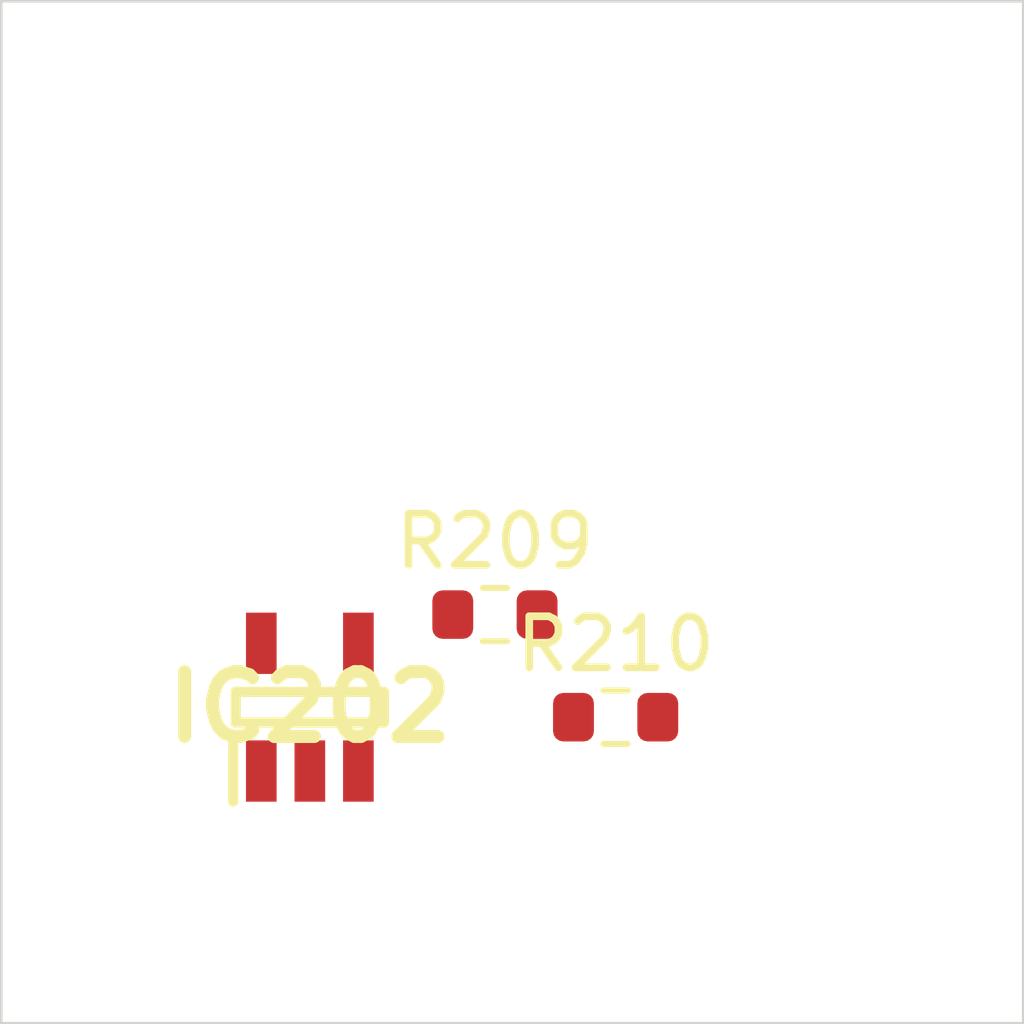
<source format=kicad_pcb>
 ( kicad_pcb  ( version 20171130 )
 ( host pcbnew 5.1.12-84ad8e8a86~92~ubuntu18.04.1 )
 ( general  ( thickness 1.6 )
 ( drawings 4 )
 ( tracks 0 )
 ( zones 0 )
 ( modules 3 )
 ( nets 5 )
)
 ( page A4 )
 ( layers  ( 0 F.Cu signal )
 ( 31 B.Cu signal )
 ( 32 B.Adhes user )
 ( 33 F.Adhes user )
 ( 34 B.Paste user )
 ( 35 F.Paste user )
 ( 36 B.SilkS user )
 ( 37 F.SilkS user )
 ( 38 B.Mask user )
 ( 39 F.Mask user )
 ( 40 Dwgs.User user )
 ( 41 Cmts.User user )
 ( 42 Eco1.User user )
 ( 43 Eco2.User user )
 ( 44 Edge.Cuts user )
 ( 45 Margin user )
 ( 46 B.CrtYd user )
 ( 47 F.CrtYd user )
 ( 48 B.Fab user )
 ( 49 F.Fab user )
)
 ( setup  ( last_trace_width 0.25 )
 ( trace_clearance 0.2 )
 ( zone_clearance 0.508 )
 ( zone_45_only no )
 ( trace_min 0.2 )
 ( via_size 0.8 )
 ( via_drill 0.4 )
 ( via_min_size 0.4 )
 ( via_min_drill 0.3 )
 ( uvia_size 0.3 )
 ( uvia_drill 0.1 )
 ( uvias_allowed no )
 ( uvia_min_size 0.2 )
 ( uvia_min_drill 0.1 )
 ( edge_width 0.05 )
 ( segment_width 0.2 )
 ( pcb_text_width 0.3 )
 ( pcb_text_size 1.5 1.5 )
 ( mod_edge_width 0.12 )
 ( mod_text_size 1 1 )
 ( mod_text_width 0.15 )
 ( pad_size 1.524 1.524 )
 ( pad_drill 0.762 )
 ( pad_to_mask_clearance 0 )
 ( aux_axis_origin 0 0 )
 ( visible_elements FFFFFF7F )
 ( pcbplotparams  ( layerselection 0x010fc_ffffffff )
 ( usegerberextensions false )
 ( usegerberattributes true )
 ( usegerberadvancedattributes true )
 ( creategerberjobfile true )
 ( excludeedgelayer true )
 ( linewidth 0.100000 )
 ( plotframeref false )
 ( viasonmask false )
 ( mode 1 )
 ( useauxorigin false )
 ( hpglpennumber 1 )
 ( hpglpenspeed 20 )
 ( hpglpendiameter 15.000000 )
 ( psnegative false )
 ( psa4output false )
 ( plotreference true )
 ( plotvalue true )
 ( plotinvisibletext false )
 ( padsonsilk false )
 ( subtractmaskfromsilk false )
 ( outputformat 1 )
 ( mirror false )
 ( drillshape 1 )
 ( scaleselection 1 )
 ( outputdirectory "" )
)
)
 ( net 0 "" )
 ( net 1 GND )
 ( net 2 VDDA )
 ( net 3 /Sheet6235D886/vp )
 ( net 4 "Net-(IC202-Pad3)" )
 ( net_class Default "This is the default net class."  ( clearance 0.2 )
 ( trace_width 0.25 )
 ( via_dia 0.8 )
 ( via_drill 0.4 )
 ( uvia_dia 0.3 )
 ( uvia_drill 0.1 )
 ( add_net /Sheet6235D886/vp )
 ( add_net GND )
 ( add_net "Net-(IC202-Pad3)" )
 ( add_net VDDA )
)
 ( module SOT95P280X145-5N locked  ( layer F.Cu )
 ( tedit 62336ED7 )
 ( tstamp 623423ED )
 ( at 86.038900 113.815000 90.000000 )
 ( descr DBV0005A )
 ( tags "Integrated Circuit" )
 ( path /6235D887/6266C08E )
 ( attr smd )
 ( fp_text reference IC202  ( at 0 0 )
 ( layer F.SilkS )
 ( effects  ( font  ( size 1.27 1.27 )
 ( thickness 0.254 )
)
)
)
 ( fp_text value TL071HIDBVR  ( at 0 0 )
 ( layer F.SilkS )
hide  ( effects  ( font  ( size 1.27 1.27 )
 ( thickness 0.254 )
)
)
)
 ( fp_line  ( start -1.85 -1.5 )
 ( end -0.65 -1.5 )
 ( layer F.SilkS )
 ( width 0.2 )
)
 ( fp_line  ( start -0.3 1.45 )
 ( end -0.3 -1.45 )
 ( layer F.SilkS )
 ( width 0.2 )
)
 ( fp_line  ( start 0.3 1.45 )
 ( end -0.3 1.45 )
 ( layer F.SilkS )
 ( width 0.2 )
)
 ( fp_line  ( start 0.3 -1.45 )
 ( end 0.3 1.45 )
 ( layer F.SilkS )
 ( width 0.2 )
)
 ( fp_line  ( start -0.3 -1.45 )
 ( end 0.3 -1.45 )
 ( layer F.SilkS )
 ( width 0.2 )
)
 ( fp_line  ( start -0.8 -0.5 )
 ( end 0.15 -1.45 )
 ( layer Dwgs.User )
 ( width 0.1 )
)
 ( fp_line  ( start -0.8 1.45 )
 ( end -0.8 -1.45 )
 ( layer Dwgs.User )
 ( width 0.1 )
)
 ( fp_line  ( start 0.8 1.45 )
 ( end -0.8 1.45 )
 ( layer Dwgs.User )
 ( width 0.1 )
)
 ( fp_line  ( start 0.8 -1.45 )
 ( end 0.8 1.45 )
 ( layer Dwgs.User )
 ( width 0.1 )
)
 ( fp_line  ( start -0.8 -1.45 )
 ( end 0.8 -1.45 )
 ( layer Dwgs.User )
 ( width 0.1 )
)
 ( fp_line  ( start -2.1 1.775 )
 ( end -2.1 -1.775 )
 ( layer Dwgs.User )
 ( width 0.05 )
)
 ( fp_line  ( start 2.1 1.775 )
 ( end -2.1 1.775 )
 ( layer Dwgs.User )
 ( width 0.05 )
)
 ( fp_line  ( start 2.1 -1.775 )
 ( end 2.1 1.775 )
 ( layer Dwgs.User )
 ( width 0.05 )
)
 ( fp_line  ( start -2.1 -1.775 )
 ( end 2.1 -1.775 )
 ( layer Dwgs.User )
 ( width 0.05 )
)
 ( pad 1 smd rect  ( at -1.25 -0.95 180.000000 )
 ( size 0.6 1.2 )
 ( layers F.Cu F.Mask F.Paste )
 ( net 3 /Sheet6235D886/vp )
)
 ( pad 2 smd rect  ( at -1.25 0 180.000000 )
 ( size 0.6 1.2 )
 ( layers F.Cu F.Mask F.Paste )
 ( net 1 GND )
)
 ( pad 3 smd rect  ( at -1.25 0.95 180.000000 )
 ( size 0.6 1.2 )
 ( layers F.Cu F.Mask F.Paste )
 ( net 4 "Net-(IC202-Pad3)" )
)
 ( pad 4 smd rect  ( at 1.25 0.95 180.000000 )
 ( size 0.6 1.2 )
 ( layers F.Cu F.Mask F.Paste )
 ( net 3 /Sheet6235D886/vp )
)
 ( pad 5 smd rect  ( at 1.25 -0.95 180.000000 )
 ( size 0.6 1.2 )
 ( layers F.Cu F.Mask F.Paste )
 ( net 2 VDDA )
)
)
 ( module Resistor_SMD:R_0603_1608Metric  ( layer F.Cu )
 ( tedit 5F68FEEE )
 ( tstamp 62342595 )
 ( at 89.661400 112.003000 )
 ( descr "Resistor SMD 0603 (1608 Metric), square (rectangular) end terminal, IPC_7351 nominal, (Body size source: IPC-SM-782 page 72, https://www.pcb-3d.com/wordpress/wp-content/uploads/ipc-sm-782a_amendment_1_and_2.pdf), generated with kicad-footprint-generator" )
 ( tags resistor )
 ( path /6235D887/623CDBD9 )
 ( attr smd )
 ( fp_text reference R209  ( at 0 -1.43 )
 ( layer F.SilkS )
 ( effects  ( font  ( size 1 1 )
 ( thickness 0.15 )
)
)
)
 ( fp_text value 100k  ( at 0 1.43 )
 ( layer F.Fab )
 ( effects  ( font  ( size 1 1 )
 ( thickness 0.15 )
)
)
)
 ( fp_line  ( start -0.8 0.4125 )
 ( end -0.8 -0.4125 )
 ( layer F.Fab )
 ( width 0.1 )
)
 ( fp_line  ( start -0.8 -0.4125 )
 ( end 0.8 -0.4125 )
 ( layer F.Fab )
 ( width 0.1 )
)
 ( fp_line  ( start 0.8 -0.4125 )
 ( end 0.8 0.4125 )
 ( layer F.Fab )
 ( width 0.1 )
)
 ( fp_line  ( start 0.8 0.4125 )
 ( end -0.8 0.4125 )
 ( layer F.Fab )
 ( width 0.1 )
)
 ( fp_line  ( start -0.237258 -0.5225 )
 ( end 0.237258 -0.5225 )
 ( layer F.SilkS )
 ( width 0.12 )
)
 ( fp_line  ( start -0.237258 0.5225 )
 ( end 0.237258 0.5225 )
 ( layer F.SilkS )
 ( width 0.12 )
)
 ( fp_line  ( start -1.48 0.73 )
 ( end -1.48 -0.73 )
 ( layer F.CrtYd )
 ( width 0.05 )
)
 ( fp_line  ( start -1.48 -0.73 )
 ( end 1.48 -0.73 )
 ( layer F.CrtYd )
 ( width 0.05 )
)
 ( fp_line  ( start 1.48 -0.73 )
 ( end 1.48 0.73 )
 ( layer F.CrtYd )
 ( width 0.05 )
)
 ( fp_line  ( start 1.48 0.73 )
 ( end -1.48 0.73 )
 ( layer F.CrtYd )
 ( width 0.05 )
)
 ( fp_text user %R  ( at 0 0 )
 ( layer F.Fab )
 ( effects  ( font  ( size 0.4 0.4 )
 ( thickness 0.06 )
)
)
)
 ( pad 1 smd roundrect  ( at -0.825 0 )
 ( size 0.8 0.95 )
 ( layers F.Cu F.Mask F.Paste )
 ( roundrect_rratio 0.25 )
 ( net 2 VDDA )
)
 ( pad 2 smd roundrect  ( at 0.825 0 )
 ( size 0.8 0.95 )
 ( layers F.Cu F.Mask F.Paste )
 ( roundrect_rratio 0.25 )
 ( net 4 "Net-(IC202-Pad3)" )
)
 ( model ${KISYS3DMOD}/Resistor_SMD.3dshapes/R_0603_1608Metric.wrl  ( at  ( xyz 0 0 0 )
)
 ( scale  ( xyz 1 1 1 )
)
 ( rotate  ( xyz 0 0 0 )
)
)
)
 ( module Resistor_SMD:R_0603_1608Metric  ( layer F.Cu )
 ( tedit 5F68FEEE )
 ( tstamp 623425A6 )
 ( at 92.023500 114.011000 )
 ( descr "Resistor SMD 0603 (1608 Metric), square (rectangular) end terminal, IPC_7351 nominal, (Body size source: IPC-SM-782 page 72, https://www.pcb-3d.com/wordpress/wp-content/uploads/ipc-sm-782a_amendment_1_and_2.pdf), generated with kicad-footprint-generator" )
 ( tags resistor )
 ( path /6235D887/623CDBDF )
 ( attr smd )
 ( fp_text reference R210  ( at 0 -1.43 )
 ( layer F.SilkS )
 ( effects  ( font  ( size 1 1 )
 ( thickness 0.15 )
)
)
)
 ( fp_text value 100k  ( at 0 1.43 )
 ( layer F.Fab )
 ( effects  ( font  ( size 1 1 )
 ( thickness 0.15 )
)
)
)
 ( fp_line  ( start 1.48 0.73 )
 ( end -1.48 0.73 )
 ( layer F.CrtYd )
 ( width 0.05 )
)
 ( fp_line  ( start 1.48 -0.73 )
 ( end 1.48 0.73 )
 ( layer F.CrtYd )
 ( width 0.05 )
)
 ( fp_line  ( start -1.48 -0.73 )
 ( end 1.48 -0.73 )
 ( layer F.CrtYd )
 ( width 0.05 )
)
 ( fp_line  ( start -1.48 0.73 )
 ( end -1.48 -0.73 )
 ( layer F.CrtYd )
 ( width 0.05 )
)
 ( fp_line  ( start -0.237258 0.5225 )
 ( end 0.237258 0.5225 )
 ( layer F.SilkS )
 ( width 0.12 )
)
 ( fp_line  ( start -0.237258 -0.5225 )
 ( end 0.237258 -0.5225 )
 ( layer F.SilkS )
 ( width 0.12 )
)
 ( fp_line  ( start 0.8 0.4125 )
 ( end -0.8 0.4125 )
 ( layer F.Fab )
 ( width 0.1 )
)
 ( fp_line  ( start 0.8 -0.4125 )
 ( end 0.8 0.4125 )
 ( layer F.Fab )
 ( width 0.1 )
)
 ( fp_line  ( start -0.8 -0.4125 )
 ( end 0.8 -0.4125 )
 ( layer F.Fab )
 ( width 0.1 )
)
 ( fp_line  ( start -0.8 0.4125 )
 ( end -0.8 -0.4125 )
 ( layer F.Fab )
 ( width 0.1 )
)
 ( fp_text user %R  ( at 0 0 )
 ( layer F.Fab )
 ( effects  ( font  ( size 0.4 0.4 )
 ( thickness 0.06 )
)
)
)
 ( pad 2 smd roundrect  ( at 0.825 0 )
 ( size 0.8 0.95 )
 ( layers F.Cu F.Mask F.Paste )
 ( roundrect_rratio 0.25 )
 ( net 1 GND )
)
 ( pad 1 smd roundrect  ( at -0.825 0 )
 ( size 0.8 0.95 )
 ( layers F.Cu F.Mask F.Paste )
 ( roundrect_rratio 0.25 )
 ( net 4 "Net-(IC202-Pad3)" )
)
 ( model ${KISYS3DMOD}/Resistor_SMD.3dshapes/R_0603_1608Metric.wrl  ( at  ( xyz 0 0 0 )
)
 ( scale  ( xyz 1 1 1 )
)
 ( rotate  ( xyz 0 0 0 )
)
)
)
 ( gr_line  ( start 100 100 )
 ( end 100 120 )
 ( layer Edge.Cuts )
 ( width 0.05 )
 ( tstamp 62E770C4 )
)
 ( gr_line  ( start 80 120 )
 ( end 100 120 )
 ( layer Edge.Cuts )
 ( width 0.05 )
 ( tstamp 62E770C0 )
)
 ( gr_line  ( start 80 100 )
 ( end 100 100 )
 ( layer Edge.Cuts )
 ( width 0.05 )
 ( tstamp 6234110C )
)
 ( gr_line  ( start 80 100 )
 ( end 80 120 )
 ( layer Edge.Cuts )
 ( width 0.05 )
)
)

</source>
